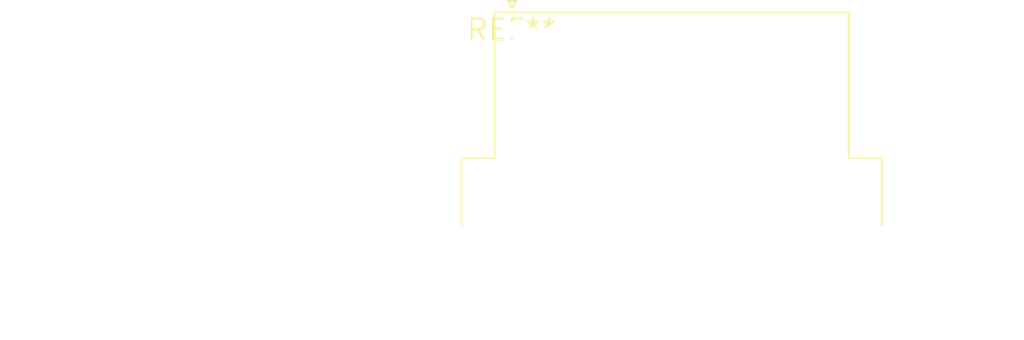
<source format=kicad_pcb>
(kicad_pcb (version 20240108) (generator pcbnew)
  (layers (0 "F.Cu" signal) (31 "B.Cu" signal) (34 "B.Paste" user) (35 "F.Paste" user) (36 "B.SilkS" user "B.Silkscreen") (37 "F.SilkS" user "F.Silkscreen") (38 "B.Mask" user) (39 "F.Mask" user) (44 "Edge.Cuts" user))
  (net 0 "")
  (footprint "DSUB-15_Male_Horizontal_P2.77x2.54mm_EdgePinOffset9.40mm" (layer "F.Cu") (at 0 0)
    (property "Reference" "REF**")
    (property "Value" "DSUB-15_Male_Horizontal_P2.77x2.54mm_EdgePinOffset9.40mm")
    (fp_line (start -3.065 7.78) (end -1.06 7.78) (layer "F.SilkS") (stroke (width 0.12)))
    (fp_line (start -3.065 11.88) (end -3.065 7.78) (layer "F.SilkS") (stroke (width 0.12)))
    (fp_line (start -1.06 -1.06) (end 20.45 -1.06) (layer "F.SilkS") (stroke (width 0.12)))
    (fp_line (start -1.06 7.78) (end -1.06 -1.06) (layer "F.SilkS") (stroke (width 0.12)))
    (fp_line (start -0.25 -1.754338) (end 0.25 -1.754338) (layer "F.SilkS") (stroke (width 0.12)))
    (fp_line (start 0 -1.321325) (end -0.25 -1.754338) (layer "F.SilkS") (stroke (width 0.12)))
    (fp_line (start 0.25 -1.754338) (end 0 -1.321325) (layer "F.SilkS") (stroke (width 0.12)))
    (fp_line (start 20.45 -1.06) (end 20.45 7.78) (layer "F.SilkS") (stroke (width 0.12)))
    (fp_line (start 20.45 7.78) (end 22.455 7.78) (layer "F.SilkS") (stroke (width 0.12)))
    (fp_line (start 22.455 7.78) (end 22.455 11.88) (layer "F.SilkS") (stroke (width 0.12)))
    (pad "1" thru_hole rect (at 0 0) (size 1.6 1.6) (drill 1) (layers *.Cu *.Mask) (remove_unused_layers))
    (pad "2" thru_hole circle (at 2.77 0) (size 1.6 1.6) (drill 1) (layers *.Cu *.Mask) (remove_unused_layers))
    (pad "3" thru_hole circle (at 5.54 0) (size 1.6 1.6) (drill 1) (layers *.Cu *.Mask) (remove_unused_layers))
    (pad "4" thru_hole circle (at 8.31 0) (size 1.6 1.6) (drill 1) (layers *.Cu *.Mask) (remove_unused_layers))
    (pad "5" thru_hole circle (at 11.08 0) (size 1.6 1.6) (drill 1) (layers *.Cu *.Mask) (remove_unused_layers))
    (pad "6" thru_hole circle (at 13.85 0) (size 1.6 1.6) (drill 1) (layers *.Cu *.Mask) (remove_unused_layers))
    (pad "7" thru_hole circle (at 16.62 0) (size 1.6 1.6) (drill 1) (layers *.Cu *.Mask) (remove_unused_layers))
    (pad "8" thru_hole circle (at 19.39 0) (size 1.6 1.6) (drill 1) (layers *.Cu *.Mask) (remove_unused_layers))
    (pad "9" thru_hole circle (at 1.385 2.54) (size 1.6 1.6) (drill 1) (layers *.Cu *.Mask) (remove_unused_layers))
    (pad "10" thru_hole circle (at 4.155 2.54) (size 1.6 1.6) (drill 1) (layers *.Cu *.Mask) (remove_unused_layers))
    (pad "11" thru_hole circle (at 6.925 2.54) (size 1.6 1.6) (drill 1) (layers *.Cu *.Mask) (remove_unused_layers))
    (pad "12" thru_hole circle (at 9.695 2.54) (size 1.6 1.6) (drill 1) (layers *.Cu *.Mask) (remove_unused_layers))
    (pad "13" thru_hole circle (at 12.465 2.54) (size 1.6 1.6) (drill 1) (layers *.Cu *.Mask) (remove_unused_layers))
    (pad "14" thru_hole circle (at 15.235 2.54) (size 1.6 1.6) (drill 1) (layers *.Cu *.Mask) (remove_unused_layers))
    (pad "15" thru_hole circle (at 18.005 2.54) (size 1.6 1.6) (drill 1) (layers *.Cu *.Mask) (remove_unused_layers))
  )
)
</source>
